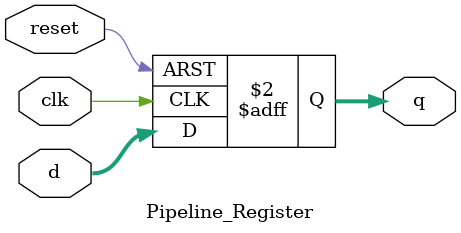
<source format=v>
module Pipeline_Register #(parameter WIDTH = 8)( 
    input clk, reset,
    input [WIDTH-1:0] d,
    output reg [WIDTH-1:0] q);
    
    always @(posedge clk or posedge reset)
    begin
        if(reset)
            q <= 0;
        else
            q <= d;
    end 
    
endmodule
</source>
